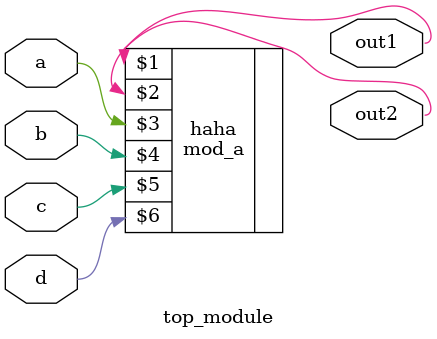
<source format=v>
module top_module ( 
    input a, 
    input b, 
    input c,
    input d,
    output out1,
    output out2
);
    mod_a haha (out1,out2,a,b,c,d);
endmodule

</source>
